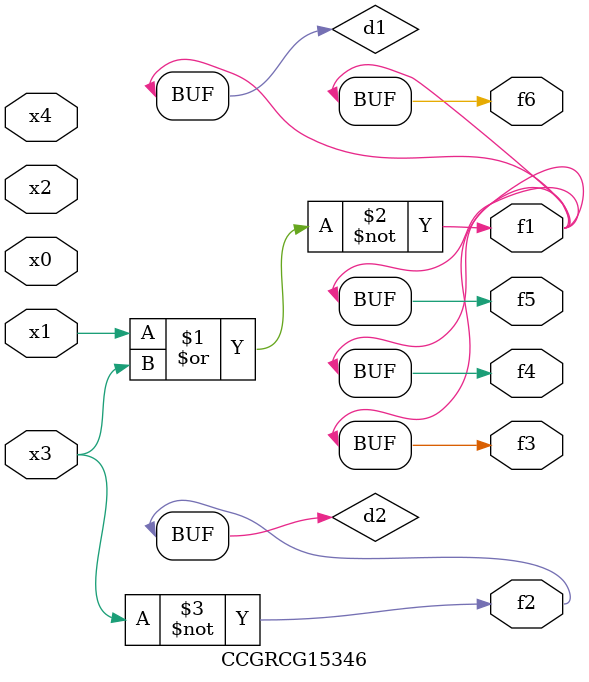
<source format=v>
module CCGRCG15346(
	input x0, x1, x2, x3, x4,
	output f1, f2, f3, f4, f5, f6
);

	wire d1, d2;

	nor (d1, x1, x3);
	not (d2, x3);
	assign f1 = d1;
	assign f2 = d2;
	assign f3 = d1;
	assign f4 = d1;
	assign f5 = d1;
	assign f6 = d1;
endmodule

</source>
